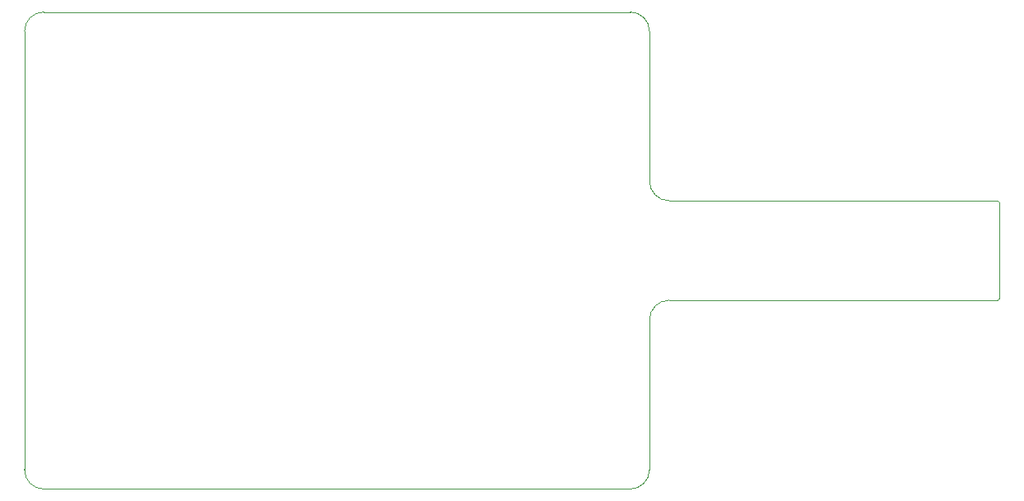
<source format=gm1>
G04*
G04 #@! TF.GenerationSoftware,Altium Limited,Altium Designer,24.5.2 (23)*
G04*
G04 Layer_Color=16711935*
%FSLAX44Y44*%
%MOMM*%
G71*
G04*
G04 #@! TF.SameCoordinates,5A08705E-C27C-47AC-A7BE-410B2864E99F*
G04*
G04*
G04 #@! TF.FilePolarity,Positive*
G04*
G01*
G75*
%ADD95C,0.0100*%
D95*
X643000Y316700D02*
G03*
X663000Y296700I20000J0D01*
G01*
X1002800Y294700D02*
G03*
X1000800Y296700I-2000J0D01*
G01*
X1000800Y194300D02*
G03*
X1002800Y196300I0J2000D01*
G01*
X663000Y194300D02*
G03*
X643000Y174300I0J-20000D01*
G01*
X0Y20000D02*
G03*
X20000Y0I20000J0D01*
G01*
X623000D02*
G03*
X643000Y20000I0J20000D01*
G01*
X643000Y471000D02*
G03*
X623000Y491000I-20000J0D01*
G01*
X20000D02*
G03*
X0Y471000I0J-20000D01*
G01*
X643000Y316700D02*
Y471000D01*
X-0Y20000D02*
X0Y471000D01*
X663000Y296700D02*
X943004D01*
X985338Y296700D02*
X1000800D01*
X943005D02*
X985338D01*
X1002800Y196300D02*
Y294700D01*
X663000Y194300D02*
X942967D01*
X942967Y194300D02*
X942967Y194300D01*
X985301Y194300D02*
X1000800D01*
X942967Y194300D02*
X985300D01*
X643000Y20000D02*
Y174300D01*
X20000Y0D02*
X623000Y0D01*
X20000Y491000D02*
X623000D01*
M02*

</source>
